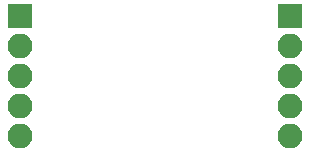
<source format=gbr>
G04 #@! TF.FileFunction,Soldermask,Bot*
%FSLAX46Y46*%
G04 Gerber Fmt 4.6, Leading zero omitted, Abs format (unit mm)*
G04 Created by KiCad (PCBNEW 4.0.7) date Saturday, 05 May 2018 'PMt' 13:54:56*
%MOMM*%
%LPD*%
G01*
G04 APERTURE LIST*
%ADD10C,0.100000*%
%ADD11R,2.100000X2.100000*%
%ADD12O,2.100000X2.100000*%
G04 APERTURE END LIST*
D10*
D11*
X78740000Y-53340000D03*
D12*
X78740000Y-55880000D03*
X78740000Y-58420000D03*
X78740000Y-60960000D03*
X78740000Y-63500000D03*
D11*
X101600000Y-53340000D03*
D12*
X101600000Y-55880000D03*
X101600000Y-58420000D03*
X101600000Y-60960000D03*
X101600000Y-63500000D03*
M02*

</source>
